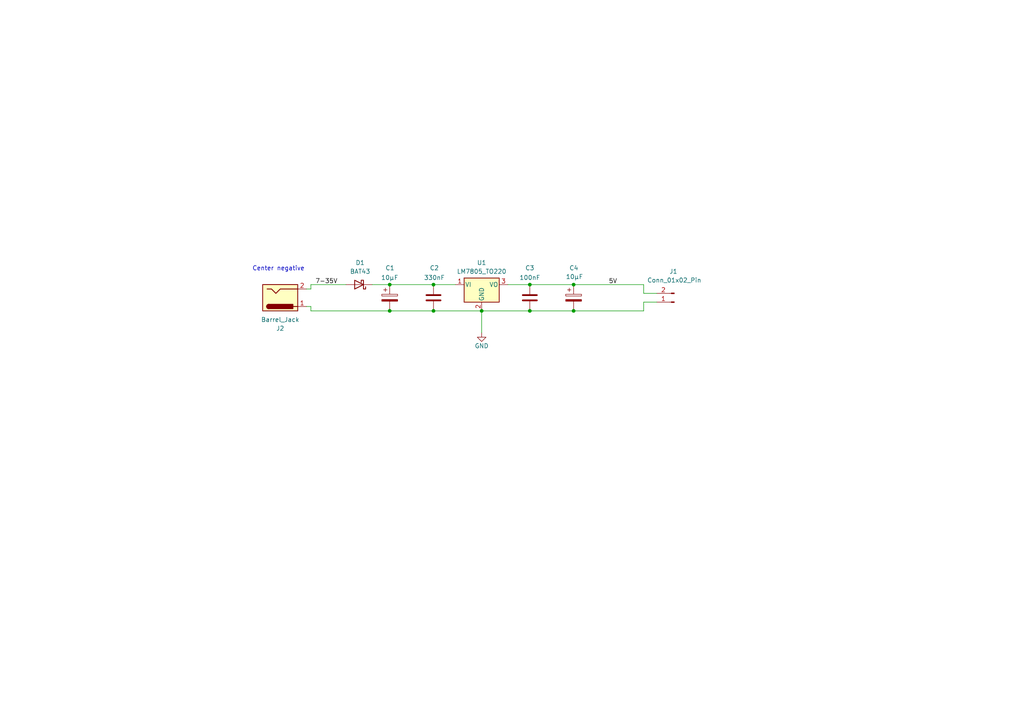
<source format=kicad_sch>
(kicad_sch (version 20231120) (generator "eeschema") (generator_version "8.0")
  (paper "A4")
  (title_block (title "Daisy Seed Development Kit Power Supply LM7805") (date "2024-03-06") (rev "1.0.1"))
  (lib_symbols
    (symbol "Connector:Barrel_Jack" (pin_names (offset 1.016))
      (property "Reference" "J" (at 0 5.334 0))
      (property "Value" "Barrel_Jack" (at 0 -5.08 0))
      (symbol "Barrel_Jack_0_1"
        (rectangle (start -5.08 3.81) (end 5.08 -3.81) (stroke (width 0.254)) (fill (type background)))
        (arc (start -3.302 3.175) (mid -3.9342 2.54) (end -3.302 1.905) (stroke (width 0.254)))
        (arc (start -3.302 3.175) (mid -3.9342 2.54) (end -3.302 1.905) (stroke (width 0.254)) (fill (type outline)))
        (polyline (pts (xy 5.08 2.54) (xy 3.81 2.54)) (stroke (width 0.254)))
        (polyline (pts (xy -3.81 -2.54) (xy -2.54 -2.54) (xy -1.27 -1.27) (xy 0 -2.54) (xy 2.54 -2.54) (xy 5.08 -2.54)) (stroke (width 0.254)))
        (rectangle (start 3.683 3.175) (end -3.302 1.905) (stroke (width 0.254)) (fill (type outline)))
      )
      (symbol "Barrel_Jack_1_1"
        (pin passive line (at 7.62 2.54 180) (length 2.54) (name "~") (number "1"))
        (pin passive line (at 7.62 -2.54 180) (length 2.54) (name "~") (number "2"))
      )
    )
    (symbol "Connector:Conn_01x02_Pin" (pin_names (offset 1.016) hide)
      (property "Reference" "J" (at 0 2.54 0))
      (property "Value" "Conn_01x02_Pin" (at 0 -5.08 0))
      (symbol "Conn_01x02_Pin_1_1"
        (polyline (pts (xy 1.27 -2.54) (xy 0.8636 -2.54)) (stroke (width 0.1524)))
        (polyline (pts (xy 1.27 0) (xy 0.8636 0)) (stroke (width 0.1524)))
        (rectangle (start 0.8636 -2.413) (end 0 -2.667) (stroke (width 0.1524)) (fill (type outline)))
        (rectangle (start 0.8636 0.127) (end 0 -0.127) (stroke (width 0.1524)) (fill (type outline)))
        (pin passive line (at 5.08 0 180) (length 3.81) (name "Pin_1") (number "1"))
        (pin passive line (at 5.08 -2.54 180) (length 3.81) (name "Pin_2") (number "2"))
      )
    )
    (symbol "Device:C" (pin_numbers hide) (pin_names (offset 0.254))
      (property "Reference" "C" (at 0.635 2.54 0))
      (property "Value" "C" (at 0.635 -2.54 0))
      (symbol "C_0_1"
        (polyline (pts (xy -2.032 -0.762) (xy 2.032 -0.762)) (stroke (width 0.508)))
        (polyline (pts (xy -2.032 0.762) (xy 2.032 0.762)) (stroke (width 0.508)))
      )
      (symbol "C_1_1"
        (pin passive line (at 0 3.81 270) (length 2.794) (name "~") (number "1"))
        (pin passive line (at 0 -3.81 90) (length 2.794) (name "~") (number "2"))
      )
    )
    (symbol "Device:C_Polarized" (pin_numbers hide) (pin_names (offset 0.254))
      (property "Reference" "C" (at 0.635 2.54 0))
      (property "Value" "C_Polarized" (at 0.635 -2.54 0))
      (symbol "C_Polarized_0_1"
        (rectangle (start -2.286 0.508) (end 2.286 1.016))
        (polyline (pts (xy -1.778 2.286) (xy -0.762 2.286)))
        (polyline (pts (xy -1.27 2.794) (xy -1.27 1.778)))
        (rectangle (start 2.286 -0.508) (end -2.286 -1.016) (fill (type outline)))
      )
      (symbol "C_Polarized_1_1"
        (pin passive line (at 0 3.81 270) (length 2.794) (name "~") (number "1"))
        (pin passive line (at 0 -3.81 90) (length 2.794) (name "~") (number "2"))
      )
    )
    (symbol "Diode:BAT43" (pin_numbers hide) (pin_names (offset 1.016) hide)
      (property "Reference" "D" (at 0 2.54 0))
      (property "Value" "BAT43" (at 0 -2.54 0))
      (symbol "BAT43_0_1"
        (polyline (pts (xy 1.27 0) (xy -1.27 0)))
        (polyline (pts (xy 1.27 1.27) (xy 1.27 -1.27) (xy -1.27 0) (xy 1.27 1.27)) (stroke (width 0.254)))
        (polyline (pts (xy -1.905 0.635) (xy -1.905 1.27) (xy -1.27 1.27) (xy -1.27 -1.27) (xy -0.635 -1.27) (xy -0.635 -0.635)) (stroke (width 0.254)))
      )
      (symbol "BAT43_1_1"
        (pin passive line (at -3.81 0 0) (length 2.54) (name "K") (number "1"))
        (pin passive line (at 3.81 0 180) (length 2.54) (name "A") (number "2"))
      )
    )
    (symbol "Regulator_Linear:LM7805_TO220" (pin_names (offset 0.254))
      (property "Reference" "U" (at -3.81 3.175 0))
      (property "Value" "LM7805_TO220" (at 0 3.175 0))
      (symbol "LM7805_TO220_0_1"
        (rectangle (start -5.08 1.905) (end 5.08 -5.08) (stroke (width 0.254)) (fill (type background)))
      )
      (symbol "LM7805_TO220_1_1"
        (pin power_in line (at -7.62 0 0) (length 2.54) (name "VI") (number "1"))
        (pin power_in line (at 0 -7.62 90) (length 2.54) (name "GND") (number "2"))
        (pin power_out line (at 7.62 0 180) (length 2.54) (name "VO") (number "3"))
      )
    )
    (symbol "power:GND" (power) (pin_names (offset 0))
      (property "Value" "GND" (at 0 -3.81 0))
      (symbol "GND_0_1"
        (polyline (pts (xy 0 0) (xy 0 -1.27) (xy 1.27 -1.27) (xy 0 -2.54) (xy -1.27 -1.27) (xy 0 -1.27)))
      )
      (symbol "GND_1_1"
        (pin power_in line (at 0 0 270) (length 0) hide (name "GND") (number "1"))
      )
    )
  )
  (junction (at 113.03 82.55))
  (junction (at 125.73 82.55))
  (junction (at 166.37 82.55))
  (junction (at 153.67 82.55))
  (junction (at 153.67 90.17))
  (junction (at 166.37 90.17))
  (junction (at 139.7 90.17))
  (junction (at 125.73 90.17))
  (junction (at 113.03 90.17))
  (wire (pts (xy 186.69 85.09) (xy 186.69 82.55)))
  (wire (pts (xy 147.32 82.55) (xy 153.67 82.55)))
  (wire (pts (xy 90.17 82.55) (xy 100.33 82.55)))
  (wire (pts (xy 90.17 90.17) (xy 113.03 90.17)))
  (wire (pts (xy 107.95 82.55) (xy 113.03 82.55)))
  (wire (pts (xy 90.17 83.82) (xy 90.17 82.55)))
  (wire (pts (xy 139.7 90.17) (xy 153.67 90.17)))
  (wire (pts (xy 139.7 90.17) (xy 139.7 96.52)))
  (wire (pts (xy 113.03 82.55) (xy 125.73 82.55)))
  (wire (pts (xy 186.69 87.63) (xy 186.69 90.17)))
  (wire (pts (xy 88.9 83.82) (xy 90.17 83.82)))
  (wire (pts (xy 153.67 82.55) (xy 166.37 82.55)))
  (wire (pts (xy 125.73 90.17) (xy 139.7 90.17)))
  (wire (pts (xy 166.37 82.55) (xy 186.69 82.55)))
  (wire (pts (xy 190.5 87.63) (xy 186.69 87.63)))
  (wire (pts (xy 90.17 88.9) (xy 90.17 90.17)))
  (wire (pts (xy 113.03 90.17) (xy 125.73 90.17)))
  (wire (pts (xy 125.73 82.55) (xy 132.08 82.55)))
  (wire (pts (xy 166.37 90.17) (xy 186.69 90.17)))
  (wire (pts (xy 153.67 90.17) (xy 166.37 90.17)))
  (wire (pts (xy 88.9 88.9) (xy 90.17 88.9)))
  (wire (pts (xy 186.69 85.09) (xy 190.5 85.09)))
  (text "Center negative" (at 80.772 77.978 0) (effects (font (size 1.27 1.27))))
  (label "7-35V" (at 91.44 82.55 0))
  (label "5V" (at 176.53 82.55 0))
  (symbol (lib_id "Connector:Conn_01x02_Pin") (at 195.58 87.63 180) (unit 1)
    (property "Reference" "J1" (at 195.326 78.74 0))
    (property "Value" "Conn_01x02_Pin" (at 195.58 81.28 0))
    (property "Footprint" "Connector_PinSocket_2.54mm:PinSocket_1x02_P2.54mm_Horizontal" (effects (hide yes)))
    (property "Description" "Generic connector, single row, 01x02, script generated" (effects (hide yes)))
  )
  (symbol (lib_id "power:GND") (at 139.7 96.52 0) (unit 1)
    (property "Reference" "#PWR02" (effects (hide yes)))
    (property "Value" "GND" (at 139.7 100.33 0))
  )
  (symbol (lib_id "Diode:BAT43") (at 104.14 82.55 180) (unit 1)
    (property "Reference" "D1" (at 104.4575 76.2 0))
    (property "Value" "BAT43" (at 104.4575 78.74 0))
    (property "Footprint" "Diode_THT:D_DO-35_SOD27_P7.62mm_Horizontal" (effects (hide yes)))
    (property "Datasheet" "http://www.vishay.com/docs/85660/bat42.pdf" (effects (hide yes)))
    (property "Description" "30V 0.2A Small Signal Schottky Diode, DO-35" (effects (hide yes)))
  )
  (symbol (lib_id "Regulator_Linear:LM7805_TO220") (at 139.7 82.55 0) (unit 1)
    (property "Reference" "U1" (at 139.7 76.2 0))
    (property "Value" "LM7805_TO220" (at 139.7 78.74 0))
    (property "Footprint" "Package_TO_SOT_THT:TO-220-3_Vertical" (effects (hide yes)))
    (property "Datasheet" "https://www.onsemi.cn/PowerSolutions/document/MC7800-D.PDF" (effects (hide yes)))
    (property "Description" "Positive 1A 35V Linear Regulator, Fixed Output 5V, TO-220" (effects (hide yes)))
  )
  (symbol (lib_id "Device:C") (at 153.67 86.36 0) (unit 1)
    (property "Reference" "C3" (at 153.67 77.724 0))
    (property "Value" "100nF" (at 153.67 80.518 0))
    (property "Footprint" "Capacitor_THT:C_Disc_D5.0mm_W2.5mm_P2.50mm" (effects (hide yes)))
  )
  (symbol (lib_id "Device:C_Polarized") (at 166.37 86.36 0) (unit 1)
    (property "Reference" "C4" (at 165.1 77.724 0) (effects (justify left)))
    (property "Value" "10μF" (at 164.084 80.264 0) (effects (justify left)))
    (property "Footprint" "Capacitor_THT:C_Radial_D6.3mm_H7.0mm_P2.50mm" (effects (hide yes)))
    (property "Description" "Polarized capacitor" (effects (hide yes)))
  )
  (symbol (lib_id "Connector:Barrel_Jack") (at 81.28 86.36 0) (mirror x) (unit 1)
    (property "Reference" "J2" (at 81.28 95.25 0))
    (property "Value" "Barrel_Jack" (at 81.28 92.71 0))
    (property "Footprint" "Connector_BarrelJack:BarrelJack_GCT_DCJ200-10-A_Horizontal" (effects (hide yes)))
  )
  (symbol (lib_id "Device:C_Polarized") (at 113.03 86.36 0) (unit 1)
    (property "Reference" "C1" (at 111.76 77.724 0) (effects (justify left)))
    (property "Value" "10μF" (at 110.49 80.518 0) (effects (justify left)))
    (property "Footprint" "Capacitor_THT:C_Radial_D6.3mm_H7.0mm_P2.50mm" (effects (hide yes)))
    (property "Description" "Polarized capacitor" (effects (hide yes)))
  )
  (symbol (lib_id "Device:C") (at 125.73 86.36 0) (unit 1)
    (property "Reference" "C2" (at 125.984 77.724 0))
    (property "Value" "330nF" (at 125.984 80.518 0))
    (property "Footprint" "Capacitor_THT:C_Disc_D5.0mm_W2.5mm_P5.00mm" (effects (hide yes)))
  )
)
</source>
